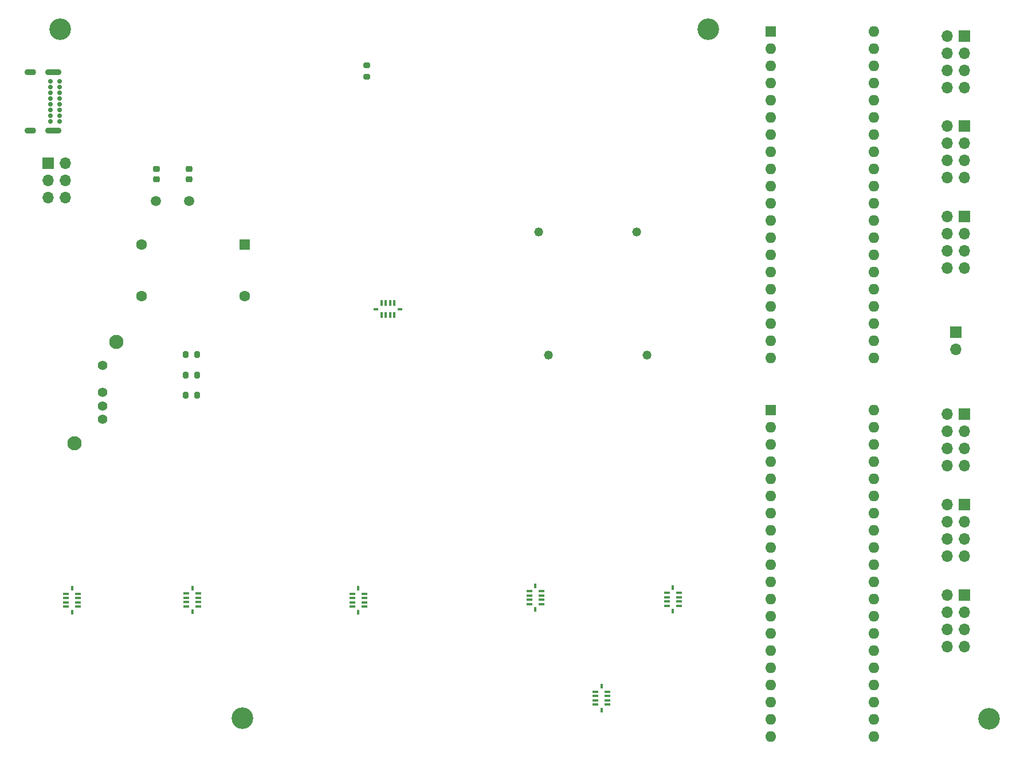
<source format=gbr>
%TF.GenerationSoftware,KiCad,Pcbnew,7.0.10*%
%TF.CreationDate,2024-03-05T20:32:04+01:00*%
%TF.ProjectId,z80,7a38302e-6b69-4636-9164-5f7063625858,1.0*%
%TF.SameCoordinates,Original*%
%TF.FileFunction,Soldermask,Bot*%
%TF.FilePolarity,Negative*%
%FSLAX46Y46*%
G04 Gerber Fmt 4.6, Leading zero omitted, Abs format (unit mm)*
G04 Created by KiCad (PCBNEW 7.0.10) date 2024-03-05 20:32:04*
%MOMM*%
%LPD*%
G01*
G04 APERTURE LIST*
G04 Aperture macros list*
%AMRoundRect*
0 Rectangle with rounded corners*
0 $1 Rounding radius*
0 $2 $3 $4 $5 $6 $7 $8 $9 X,Y pos of 4 corners*
0 Add a 4 corners polygon primitive as box body*
4,1,4,$2,$3,$4,$5,$6,$7,$8,$9,$2,$3,0*
0 Add four circle primitives for the rounded corners*
1,1,$1+$1,$2,$3*
1,1,$1+$1,$4,$5*
1,1,$1+$1,$6,$7*
1,1,$1+$1,$8,$9*
0 Add four rect primitives between the rounded corners*
20,1,$1+$1,$2,$3,$4,$5,0*
20,1,$1+$1,$4,$5,$6,$7,0*
20,1,$1+$1,$6,$7,$8,$9,0*
20,1,$1+$1,$8,$9,$2,$3,0*%
G04 Aperture macros list end*
%ADD10R,1.600000X1.600000*%
%ADD11O,1.600000X1.600000*%
%ADD12R,1.700000X1.700000*%
%ADD13O,1.700000X1.700000*%
%ADD14C,3.200000*%
%ADD15C,1.320000*%
%ADD16C,1.400000*%
%ADD17C,2.100000*%
%ADD18C,1.600000*%
%ADD19C,1.500000*%
%ADD20C,0.700000*%
%ADD21O,2.400000X0.900000*%
%ADD22O,1.700000X0.900000*%
%ADD23R,0.458800X0.735600*%
%ADD24R,0.888000X0.306400*%
%ADD25RoundRect,0.200000X-0.200000X-0.275000X0.200000X-0.275000X0.200000X0.275000X-0.200000X0.275000X0*%
%ADD26RoundRect,0.225000X0.250000X-0.225000X0.250000X0.225000X-0.250000X0.225000X-0.250000X-0.225000X0*%
%ADD27R,0.735600X0.458800*%
%ADD28R,0.306400X0.888000*%
%ADD29RoundRect,0.200000X0.275000X-0.200000X0.275000X0.200000X-0.275000X0.200000X-0.275000X-0.200000X0*%
G04 APERTURE END LIST*
D10*
%TO.C,U7*%
X197358000Y-34290000D03*
D11*
X197358000Y-36830000D03*
X197358000Y-39370000D03*
X197358000Y-41910000D03*
X197358000Y-44450000D03*
X197358000Y-46990000D03*
X197358000Y-49530000D03*
X197358000Y-52070000D03*
X197358000Y-54610000D03*
X197358000Y-57150000D03*
X197358000Y-59690000D03*
X197358000Y-62230000D03*
X197358000Y-64770000D03*
X197358000Y-67310000D03*
X197358000Y-69850000D03*
X197358000Y-72390000D03*
X197358000Y-74930000D03*
X197358000Y-77470000D03*
X197358000Y-80010000D03*
X197358000Y-82550000D03*
X212598000Y-82550000D03*
X212598000Y-80010000D03*
X212598000Y-77470000D03*
X212598000Y-74930000D03*
X212598000Y-72390000D03*
X212598000Y-69850000D03*
X212598000Y-67310000D03*
X212598000Y-64770000D03*
X212598000Y-62230000D03*
X212598000Y-59690000D03*
X212598000Y-57150000D03*
X212598000Y-54610000D03*
X212598000Y-52070000D03*
X212598000Y-49530000D03*
X212598000Y-46990000D03*
X212598000Y-44450000D03*
X212598000Y-41910000D03*
X212598000Y-39370000D03*
X212598000Y-36830000D03*
X212598000Y-34290000D03*
%TD*%
D12*
%TO.C,J4*%
X225933000Y-34925000D03*
D13*
X223393000Y-34925000D03*
X225933000Y-37465000D03*
X223393000Y-37465000D03*
X225933000Y-40005000D03*
X223393000Y-40005000D03*
X225933000Y-42545000D03*
X223393000Y-42545000D03*
%TD*%
D14*
%TO.C,REF\u002A\u002A*%
X92360000Y-33940000D03*
%TD*%
D15*
%TO.C,J3*%
X177546000Y-63880000D03*
X179046000Y-82080000D03*
%TD*%
D12*
%TO.C,J5*%
X225953000Y-48270000D03*
D13*
X223413000Y-48270000D03*
X225953000Y-50810000D03*
X223413000Y-50810000D03*
X225953000Y-53350000D03*
X223413000Y-53350000D03*
X225953000Y-55890000D03*
X223413000Y-55890000D03*
%TD*%
D12*
%TO.C,J8*%
X225953000Y-104219000D03*
D13*
X223413000Y-104219000D03*
X225953000Y-106759000D03*
X223413000Y-106759000D03*
X225953000Y-109299000D03*
X223413000Y-109299000D03*
X225953000Y-111839000D03*
X223413000Y-111839000D03*
%TD*%
D12*
%TO.C,J1*%
X224663000Y-78740000D03*
D13*
X224663000Y-81280000D03*
%TD*%
D14*
%TO.C,REF\u002A\u002A*%
X229585000Y-135859000D03*
%TD*%
%TO.C,REF\u002A\u002A*%
X119253000Y-135763000D03*
%TD*%
D15*
%TO.C,J2*%
X163014000Y-63880000D03*
X164514000Y-82080000D03*
%TD*%
D10*
%TO.C,U10*%
X197358000Y-90239000D03*
D11*
X197358000Y-92779000D03*
X197358000Y-95319000D03*
X197358000Y-97859000D03*
X197358000Y-100399000D03*
X197358000Y-102939000D03*
X197358000Y-105479000D03*
X197358000Y-108019000D03*
X197358000Y-110559000D03*
X197358000Y-113099000D03*
X197358000Y-115639000D03*
X197358000Y-118179000D03*
X197358000Y-120719000D03*
X197358000Y-123259000D03*
X197358000Y-125799000D03*
X197358000Y-128339000D03*
X197358000Y-130879000D03*
X197358000Y-133419000D03*
X197358000Y-135959000D03*
X197358000Y-138499000D03*
X212598000Y-138499000D03*
X212598000Y-135959000D03*
X212598000Y-133419000D03*
X212598000Y-130879000D03*
X212598000Y-128339000D03*
X212598000Y-125799000D03*
X212598000Y-123259000D03*
X212598000Y-120719000D03*
X212598000Y-118179000D03*
X212598000Y-115639000D03*
X212598000Y-113099000D03*
X212598000Y-110559000D03*
X212598000Y-108019000D03*
X212598000Y-105479000D03*
X212598000Y-102939000D03*
X212598000Y-100399000D03*
X212598000Y-97859000D03*
X212598000Y-95319000D03*
X212598000Y-92779000D03*
X212598000Y-90239000D03*
%TD*%
D16*
%TO.C,SW2*%
X98636000Y-83630000D03*
X98636000Y-87630000D03*
X98636000Y-89630000D03*
X98636000Y-91630000D03*
D17*
X100636000Y-80130000D03*
X94436000Y-95130000D03*
%TD*%
D14*
%TO.C,REF\u002A\u002A*%
X188087000Y-33909000D03*
%TD*%
D10*
%TO.C,CLK2*%
X119634000Y-65786000D03*
D18*
X104394000Y-65786000D03*
X104394000Y-73406000D03*
X119634000Y-73406000D03*
%TD*%
D12*
%TO.C,J10*%
X90551000Y-53721000D03*
D13*
X93091000Y-53721000D03*
X90551000Y-56261000D03*
X93091000Y-56261000D03*
X90551000Y-58801000D03*
X93091000Y-58801000D03*
%TD*%
D19*
%TO.C,CLK3*%
X106516000Y-59309000D03*
X111396000Y-59309000D03*
%TD*%
D20*
%TO.C,J11*%
X92282000Y-41607000D03*
X92282000Y-42457000D03*
X92282000Y-43307000D03*
X92282000Y-44157000D03*
X92282000Y-45007000D03*
X92282000Y-45857000D03*
X92282000Y-46707000D03*
X92282000Y-47557000D03*
X90932000Y-47557000D03*
X90932000Y-46707000D03*
X90932000Y-45857000D03*
X90932000Y-45007000D03*
X90932000Y-44157000D03*
X90932000Y-43307000D03*
X90932000Y-42457000D03*
X90932000Y-41607000D03*
D21*
X91302000Y-40257000D03*
D22*
X87922000Y-40257000D03*
D21*
X91302000Y-48907000D03*
D22*
X87922000Y-48907000D03*
%TD*%
D12*
%TO.C,J9*%
X225953000Y-117554000D03*
D13*
X223413000Y-117554000D03*
X225953000Y-120094000D03*
X223413000Y-120094000D03*
X225953000Y-122634000D03*
X223413000Y-122634000D03*
X225953000Y-125174000D03*
X223413000Y-125174000D03*
%TD*%
D12*
%TO.C,J6*%
X225953000Y-61605000D03*
D13*
X223413000Y-61605000D03*
X225953000Y-64145000D03*
X223413000Y-64145000D03*
X225953000Y-66685000D03*
X223413000Y-66685000D03*
X225953000Y-69225000D03*
X223413000Y-69225000D03*
%TD*%
D12*
%TO.C,J7*%
X225933000Y-90874000D03*
D13*
X223393000Y-90874000D03*
X225933000Y-93414000D03*
X223393000Y-93414000D03*
X225933000Y-95954000D03*
X223393000Y-95954000D03*
X225933000Y-98494000D03*
X223393000Y-98494000D03*
%TD*%
D23*
%TO.C,RN7*%
X182880000Y-116478401D03*
X182880000Y-119995599D03*
D24*
X183762299Y-117284500D03*
X183762299Y-117919500D03*
X183762299Y-118554500D03*
X183762299Y-119189500D03*
X181997701Y-119189500D03*
X181997701Y-118554500D03*
X181997701Y-117919500D03*
X181997701Y-117284500D03*
%TD*%
D23*
%TO.C,RN3*%
X136398000Y-120097099D03*
X136398000Y-116579901D03*
D24*
X135515701Y-119291000D03*
X135515701Y-118656000D03*
X135515701Y-118021000D03*
X135515701Y-117386000D03*
X137280299Y-117386000D03*
X137280299Y-118021000D03*
X137280299Y-118656000D03*
X137280299Y-119291000D03*
%TD*%
D23*
%TO.C,RN5*%
X111893701Y-116541901D03*
X111893701Y-120059099D03*
D24*
X112776000Y-117348000D03*
X112776000Y-117983000D03*
X112776000Y-118618000D03*
X112776000Y-119253000D03*
X111011402Y-119253000D03*
X111011402Y-118618000D03*
X111011402Y-117983000D03*
X111011402Y-117348000D03*
%TD*%
D25*
%TO.C,R14*%
X110935000Y-88043327D03*
X112585000Y-88043327D03*
%TD*%
D26*
%TO.C,C10*%
X106553000Y-56160000D03*
X106553000Y-54610000D03*
%TD*%
D25*
%TO.C,R10*%
X110935000Y-85043327D03*
X112585000Y-85043327D03*
%TD*%
%TO.C,R3*%
X110908500Y-82041000D03*
X112558500Y-82041000D03*
%TD*%
D23*
%TO.C,RN8*%
X172339000Y-134600599D03*
X172339000Y-131083401D03*
D24*
X171456701Y-133794500D03*
X171456701Y-133159500D03*
X171456701Y-132524500D03*
X171456701Y-131889500D03*
X173221299Y-131889500D03*
X173221299Y-132524500D03*
X173221299Y-133159500D03*
X173221299Y-133794500D03*
%TD*%
D27*
%TO.C,RN2*%
X139020901Y-75304299D03*
X142538099Y-75304299D03*
D28*
X139827000Y-74422000D03*
X140462000Y-74422000D03*
X141097000Y-74422000D03*
X141732000Y-74422000D03*
X141732000Y-76186598D03*
X141097000Y-76186598D03*
X140462000Y-76186598D03*
X139827000Y-76186598D03*
%TD*%
D29*
%TO.C,R20*%
X137668000Y-40957000D03*
X137668000Y-39307000D03*
%TD*%
D23*
%TO.C,RN6*%
X162560000Y-119741599D03*
X162560000Y-116224401D03*
D24*
X161677701Y-118935500D03*
X161677701Y-118300500D03*
X161677701Y-117665500D03*
X161677701Y-117030500D03*
X163442299Y-117030500D03*
X163442299Y-117665500D03*
X163442299Y-118300500D03*
X163442299Y-118935500D03*
%TD*%
D26*
%TO.C,C9*%
X111379000Y-56147000D03*
X111379000Y-54597000D03*
%TD*%
D23*
%TO.C,RN4*%
X94107000Y-116579901D03*
X94107000Y-120097099D03*
D24*
X94989299Y-117386000D03*
X94989299Y-118021000D03*
X94989299Y-118656000D03*
X94989299Y-119291000D03*
X93224701Y-119291000D03*
X93224701Y-118656000D03*
X93224701Y-118021000D03*
X93224701Y-117386000D03*
%TD*%
M02*

</source>
